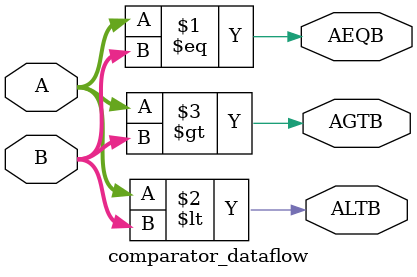
<source format=v>
`timescale 1ns / 1ps


module comparator_dataflow(
    input [3:0] A,
    input [3:0] B,
    output ALTB,
    output AEQB,
    output AGTB
    );
    assign AEQB = (A==B);
    assign ALTB = (A<B);
    assign AGTB = (A>B);
endmodule

</source>
